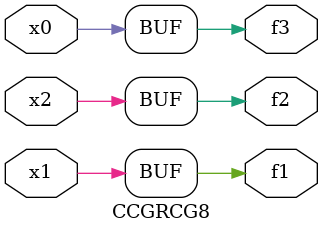
<source format=v>
module CCGRCG8(
	input x0, x1, x2,
	output f1, f2, f3
);
	assign f1 = x1;
	assign f2 = x2;
	assign f3 = x0;
endmodule

</source>
